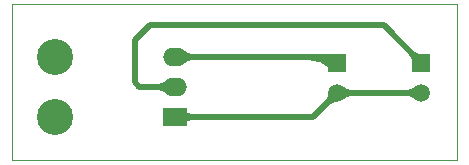
<source format=gbl>
%FSLAX25Y25*%
%MOIN*%
G70*
G01*
G75*
G04 Layer_Physical_Order=2*
G04 Layer_Color=16711680*
%ADD10C,0.00400*%
%ADD11R,0.08000X0.06000*%
%ADD12O,0.08000X0.06000*%
%ADD13R,0.05906X0.05906*%
%ADD14C,0.05906*%
%ADD15C,0.12000*%
%ADD16C,0.02000*%
D10*
X0Y0D02*
Y52000D01*
X148500D01*
Y0D02*
Y52000D01*
X0Y0D02*
X148500D01*
D11*
X54500Y14500D02*
D03*
D12*
Y24500D02*
D03*
Y34500D02*
D03*
D13*
X136500Y32500D02*
D03*
X108500D02*
D03*
D14*
X136500Y22500D02*
D03*
X108500D02*
D03*
D15*
X14500Y34500D02*
D03*
Y14500D02*
D03*
D16*
X109881Y23881D02*
G03*
X113214Y22500I3334J3334D01*
G01*
D02*
G03*
X109881Y21119I0J-4714D01*
G01*
X108500Y20547D02*
G03*
X105166Y19166I0J-4714D01*
G01*
X105166Y19166D02*
G03*
X106547Y22500I-3334J3334D01*
G01*
X108533Y32533D02*
G03*
X103786Y34500I-4748J-4748D01*
G01*
X107119Y31119D02*
G03*
X98957Y34500I-8162J-8162D01*
G01*
X135119Y21119D02*
G03*
X131786Y22500I-3334J-3334D01*
G01*
D02*
G03*
X135119Y23881I0J4714D01*
G01*
X134547Y32500D02*
G03*
X133167Y35834I-4714J0D01*
G01*
X133166Y35834D02*
G03*
X136500Y34453I3334J3334D01*
G01*
X56914Y35914D02*
G03*
X60328Y34500I3414J3414D01*
G01*
D02*
G03*
X56914Y33086I0J-4828D01*
G01*
X52086Y23086D02*
G03*
X48672Y24500I-3414J-3414D01*
G01*
D02*
G03*
X52086Y25914I0J4828D01*
G01*
X56914Y15914D02*
G03*
X60328Y14500I3414J3414D01*
G01*
D02*
G03*
X56914Y13086I0J-4828D01*
G01*
X54500Y14500D02*
X100500D01*
X108500Y22500D01*
X136500D01*
X42500Y24500D02*
X54500D01*
X41000Y26000D02*
X42500Y24500D01*
X41000Y26000D02*
Y40000D01*
X46000Y45000D01*
X124000D01*
X136500Y32500D01*
X106500Y34500D02*
X108500Y32500D01*
X54500Y34500D02*
X106500D01*
M02*

</source>
